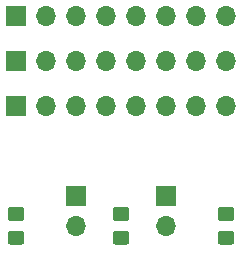
<source format=gbr>
%TF.GenerationSoftware,KiCad,Pcbnew,(5.1.9)-1*%
%TF.CreationDate,2021-05-15T15:00:21+01:00*%
%TF.ProjectId,Amiga A500 Keyboard Connector Breakout,416d6967-6120-4413-9530-30204b657962,rev?*%
%TF.SameCoordinates,Original*%
%TF.FileFunction,Soldermask,Bot*%
%TF.FilePolarity,Negative*%
%FSLAX46Y46*%
G04 Gerber Fmt 4.6, Leading zero omitted, Abs format (unit mm)*
G04 Created by KiCad (PCBNEW (5.1.9)-1) date 2021-05-15 15:00:21*
%MOMM*%
%LPD*%
G01*
G04 APERTURE LIST*
%ADD10O,1.700000X1.700000*%
%ADD11R,1.700000X1.700000*%
G04 APERTURE END LIST*
%TO.C,R3*%
G36*
G01*
X149040001Y-98660000D02*
X148139999Y-98660000D01*
G75*
G02*
X147890000Y-98410001I0J249999D01*
G01*
X147890000Y-97709999D01*
G75*
G02*
X148139999Y-97460000I249999J0D01*
G01*
X149040001Y-97460000D01*
G75*
G02*
X149290000Y-97709999I0J-249999D01*
G01*
X149290000Y-98410001D01*
G75*
G02*
X149040001Y-98660000I-249999J0D01*
G01*
G37*
G36*
G01*
X149040001Y-100660000D02*
X148139999Y-100660000D01*
G75*
G02*
X147890000Y-100410001I0J249999D01*
G01*
X147890000Y-99709999D01*
G75*
G02*
X148139999Y-99460000I249999J0D01*
G01*
X149040001Y-99460000D01*
G75*
G02*
X149290000Y-99709999I0J-249999D01*
G01*
X149290000Y-100410001D01*
G75*
G02*
X149040001Y-100660000I-249999J0D01*
G01*
G37*
%TD*%
%TO.C,R1*%
G36*
G01*
X140150001Y-98660000D02*
X139249999Y-98660000D01*
G75*
G02*
X139000000Y-98410001I0J249999D01*
G01*
X139000000Y-97709999D01*
G75*
G02*
X139249999Y-97460000I249999J0D01*
G01*
X140150001Y-97460000D01*
G75*
G02*
X140400000Y-97709999I0J-249999D01*
G01*
X140400000Y-98410001D01*
G75*
G02*
X140150001Y-98660000I-249999J0D01*
G01*
G37*
G36*
G01*
X140150001Y-100660000D02*
X139249999Y-100660000D01*
G75*
G02*
X139000000Y-100410001I0J249999D01*
G01*
X139000000Y-99709999D01*
G75*
G02*
X139249999Y-99460000I249999J0D01*
G01*
X140150001Y-99460000D01*
G75*
G02*
X140400000Y-99709999I0J-249999D01*
G01*
X140400000Y-100410001D01*
G75*
G02*
X140150001Y-100660000I-249999J0D01*
G01*
G37*
%TD*%
D10*
%TO.C,P2*%
X152400000Y-99060000D03*
D11*
X152400000Y-96520000D03*
%TD*%
D10*
%TO.C,P1*%
X144780000Y-99060000D03*
D11*
X144780000Y-96520000D03*
%TD*%
%TO.C,R2*%
G36*
G01*
X157930001Y-98660000D02*
X157029999Y-98660000D01*
G75*
G02*
X156780000Y-98410001I0J249999D01*
G01*
X156780000Y-97709999D01*
G75*
G02*
X157029999Y-97460000I249999J0D01*
G01*
X157930001Y-97460000D01*
G75*
G02*
X158180000Y-97709999I0J-249999D01*
G01*
X158180000Y-98410001D01*
G75*
G02*
X157930001Y-98660000I-249999J0D01*
G01*
G37*
G36*
G01*
X157930001Y-100660000D02*
X157029999Y-100660000D01*
G75*
G02*
X156780000Y-100410001I0J249999D01*
G01*
X156780000Y-99709999D01*
G75*
G02*
X157029999Y-99460000I249999J0D01*
G01*
X157930001Y-99460000D01*
G75*
G02*
X158180000Y-99709999I0J-249999D01*
G01*
X158180000Y-100410001D01*
G75*
G02*
X157930001Y-100660000I-249999J0D01*
G01*
G37*
%TD*%
D10*
%TO.C,J3*%
X157480000Y-88900000D03*
X154940000Y-88900000D03*
X152400000Y-88900000D03*
X149860000Y-88900000D03*
X147320000Y-88900000D03*
X144780000Y-88900000D03*
X142240000Y-88900000D03*
D11*
X139700000Y-88900000D03*
%TD*%
D10*
%TO.C,J2*%
X157480000Y-85090000D03*
X154940000Y-85090000D03*
X152400000Y-85090000D03*
X149860000Y-85090000D03*
X147320000Y-85090000D03*
X144780000Y-85090000D03*
X142240000Y-85090000D03*
D11*
X139700000Y-85090000D03*
%TD*%
D10*
%TO.C,J1*%
X157480000Y-81280000D03*
X154940000Y-81280000D03*
X152400000Y-81280000D03*
X149860000Y-81280000D03*
X147320000Y-81280000D03*
X144780000Y-81280000D03*
X142240000Y-81280000D03*
D11*
X139700000Y-81280000D03*
%TD*%
M02*

</source>
